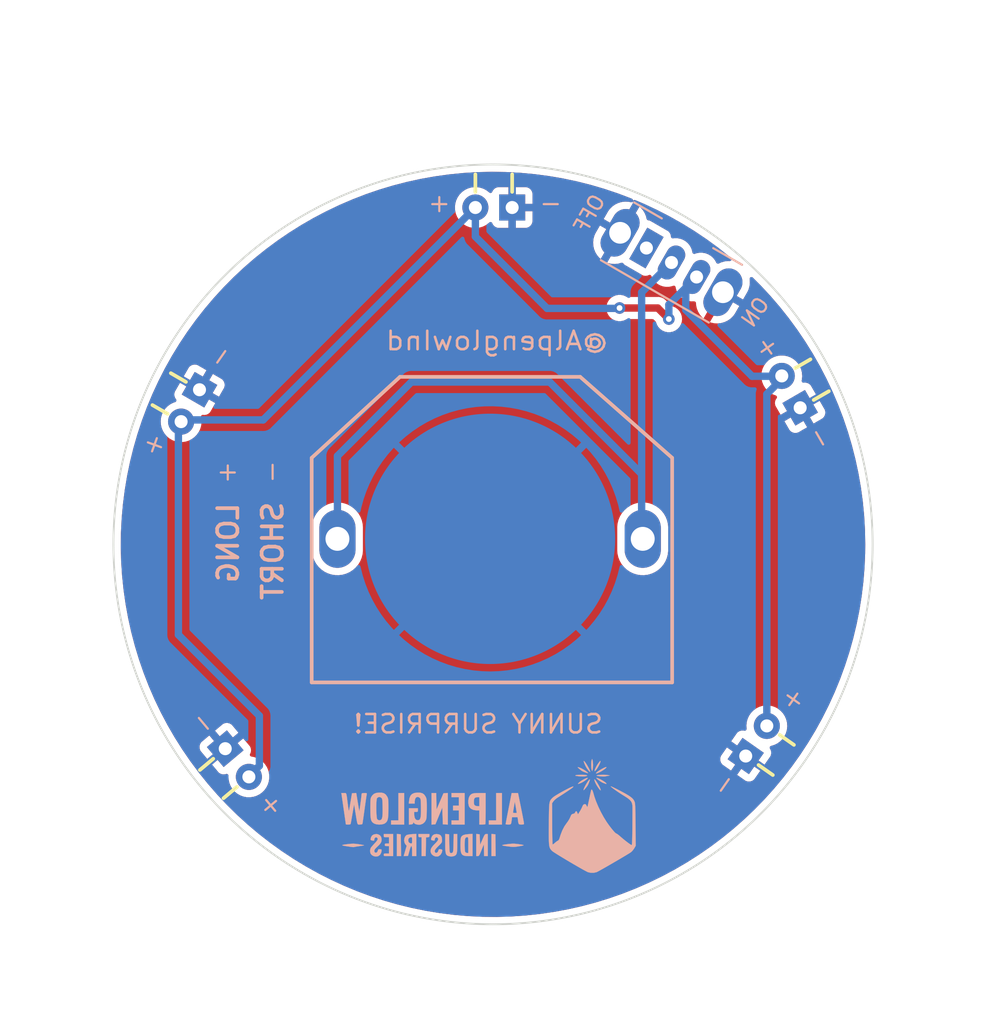
<source format=kicad_pcb>
(kicad_pcb (version 20211014) (generator pcbnew)
  (layers (0 "F.Cu" signal) (31 "B.Cu" signal) (34 "B.Paste" user) (35 "F.Paste" user) (36 "B.SilkS" user "B.Silkscreen") (37 "F.SilkS" user "F.Silkscreen") (38 "B.Mask" user) (39 "F.Mask" user) (44 "Edge.Cuts" user))
  (net 0 "")
  (net 1 "GND")
  (net 2 "VCC")
  (net 3 "Net-(D1-Pad2)")
  (net 4 "Net-(SW1-Pad1)")
  (footprint "Alpenglow:LED_D5.0mm_Horizontal_Sun" (layer "F.Cu") (at 153.924 66.548 180)
    (fp_text reference "D1" hide)
    (fp_text value "LED")
    (fp_line (start 0 1.08) (end 0 1.08) (layer "F.SilkS") (width 0.12))
    (fp_line (start 2.54 1.08) (end 2.54 1.08) (layer "F.SilkS") (width 0.12))
    (fp_line (start 2.54 2.286) (end 2.54 1.08) (layer "F.SilkS") (width 0.254))
    (fp_line (start 0 2.286) (end 0 1.08) (layer "F.SilkS") (width 0.254))
    (pad "1" thru_hole rect (at 0 0 180) (size 1.8 1.8) (drill 0.9) (layers *.Cu *.Mask) (net 1 "GND"))
    (pad "2" thru_hole circle (at 2.54 0 180) (size 1.8 1.8) (drill 0.9) (layers *.Cu *.Mask) (net 3 "Net-(D1-Pad2)"))
  )
  (footprint "Alpenglow:LED_D5.0mm_Horizontal_Sun" (layer "F.Cu") (at 132.334 79.121 -120)
    (fp_text reference "D2" hide)
    (fp_text value "LED")
    (fp_line (start 0 1.08) (end 0 1.08) (layer "F.SilkS") (width 0.12))
    (fp_line (start 2.54 1.08) (end 2.54 1.08) (layer "F.SilkS") (width 0.12))
    (fp_line (start 2.54 2.286) (end 2.54 1.08) (layer "F.SilkS") (width 0.254))
    (fp_line (start 0 2.286) (end 0 1.08) (layer "F.SilkS") (width 0.254))
    (pad "1" thru_hole rect (at 0 0 240) (size 1.8 1.8) (drill 0.9) (layers *.Cu *.Mask) (net 1 "GND"))
    (pad "2" thru_hole circle (at 2.54 0 240) (size 1.8 1.8) (drill 0.9) (layers *.Cu *.Mask) (net 3 "Net-(D1-Pad2)"))
  )
  (footprint "Alpenglow:LED_D5.0mm_Horizontal_Sun" (layer "F.Cu") (at 173.8122 80.3656 120)
    (fp_text reference "D3" hide)
    (fp_text value "LED")
    (fp_line (start 0 1.08) (end 0 1.08) (layer "F.SilkS") (width 0.12))
    (fp_line (start 2.54 2.286) (end 2.54 1.08) (layer "F.SilkS") (width 0.254))
    (fp_line (start 0 2.286) (end 0 1.08) (layer "F.SilkS") (width 0.254))
    (fp_line (start 2.54 1.08) (end 2.54 1.08) (layer "F.SilkS") (width 0.12))
    (pad "1" thru_hole rect (at 0 0 120) (size 1.8 1.8) (drill 0.9) (layers *.Cu *.Mask) (net 1 "GND"))
    (pad "2" thru_hole circle (at 2.54 0 120) (size 1.8 1.8) (drill 0.9) (layers *.Cu *.Mask) (net 3 "Net-(D1-Pad2)"))
  )
  (footprint "Alpenglow:LED_D5.0mm_Horizontal_Sun" (layer "F.Cu") (at 134.112 103.886 -50)
    (fp_text reference "D4" hide)
    (fp_text value "LED")
    (fp_line (start 2.54 1.08) (end 2.54 1.08) (layer "F.SilkS") (width 0.12))
    (fp_line (start 0 2.286) (end 0 1.08) (layer "F.SilkS") (width 0.254))
    (fp_line (start 2.54 2.286) (end 2.54 1.08) (layer "F.SilkS") (width 0.254))
    (fp_line (start 0 1.08) (end 0 1.08) (layer "F.SilkS") (width 0.12))
    (pad "1" thru_hole rect (at 0 0 310) (size 1.8 1.8) (drill 0.9) (layers *.Cu *.Mask) (net 1 "GND"))
    (pad "2" thru_hole circle (at 2.54 0 310) (size 1.8 1.8) (drill 0.9) (layers *.Cu *.Mask) (net 3 "Net-(D1-Pad2)"))
  )
  (footprint "Alpenglow:LED_D5.0mm_Horizontal_Sun" (layer "F.Cu") (at 170.053 104.394 55)
    (fp_text reference "D5" hide)
    (fp_text value "LED")
    (fp_line (start 2.54 2.286) (end 2.54 1.08) (layer "F.SilkS") (width 0.254))
    (fp_line (start 0 2.286) (end 0 1.08) (layer "F.SilkS") (width 0.254))
    (fp_line (start 2.54 1.08) (end 2.54 1.08) (layer "F.SilkS") (width 0.12))
    (fp_line (start 0 1.08) (end 0 1.08) (layer "F.SilkS") (width 0.12))
    (pad "1" thru_hole rect (at 0 0 55) (size 1.8 1.8) (drill 0.9) (layers *.Cu *.Mask) (net 1 "GND"))
    (pad "2" thru_hole circle (at 2.54 0 55) (size 1.8 1.8) (drill 0.9) (layers *.Cu *.Mask) (net 3 "Net-(D1-Pad2)"))
  )
  (footprint "Alpenglow_Sun_PCB:Sun Outside" (layer "F.Cu") (at 148.59 89.916)
    (fp_text reference "G***" hide)
    (fp_text value "LOGO" hide)
  )
  (footprint "Alpenglow_Sun_PCB:NEW Sun 60" (layer "F.Cu") (at 152.461412 91.048593)
    (fp_text reference "G***" hide)
    (fp_text value "LOGO" hide)
  )
  (footprint "Alpenglow:BatteryHolder_MPD_BK888_2032_THRU" (layer "B.Cu") (at 141.859 89.408)
    (fp_text reference "BT1" hide)
    (fp_text value "Battery_Cell")
    (fp_line (start 16.764 -11.176) (end 23.114 -5.588) (layer "B.SilkS") (width 0.254))
    (fp_line (start -1.778 9.906) (end 23.114 9.906) (layer "B.SilkS") (width 0.254))
    (fp_line (start 4.318 -11.176) (end 16.764 -11.176) (layer "B.SilkS") (width 0.254))
    (fp_line (start 4.318 -11.176) (end -1.778 -5.588) (layer "B.SilkS") (width 0.254))
    (fp_line (start 23.114 9.906) (end 23.114 -5.588) (layer "B.SilkS") (width 0.254))
    (fp_line (start -1.778 9.906) (end -1.778 -5.588) (layer "B.SilkS") (width 0.254))
    (pad "1" thru_hole oval locked (at 0 0) (size 2.5 4) (drill 1.65) (layers *.Cu *.Mask) (net 2 "VCC"))
    (pad "1" thru_hole oval locked (at 21.082 0) (size 2.5 4) (drill 1.65) (layers *.Cu *.Mask) (net 2 "VCC"))
    (pad "2" smd circle locked (at 10.541 0) (size 17.272 17.272) (layers "B.Cu" "B.Paste" "B.Mask") (net 1 "GND"))
  )
  (footprint "Alpenglow:SW_SLIDE_RTA" (layer "B.Cu") (at 163.195 69.342 -30)
    (fp_text reference "SW1" hide)
    (fp_text value "SW_SPDT")
    (fp_line (start -2.3 2.3) (end 6.3 2.3) (layer "B.SilkS") (width 0.15))
    (fp_line (start -2.3 -2.3) (end -0.1 -2.3) (layer "B.SilkS") (width 0.15))
    (fp_line (start 4 -2.3) (end 6.3 -2.3) (layer "B.SilkS") (width 0.15))
    (pad "" thru_hole oval locked (at -2.1 0 330) (size 1.9 3.500001) (drill 1.5) (layers *.Cu *.Mask) (net 1 "GND"))
    (pad "" thru_hole oval locked (at 6.1 0 330) (size 1.9 3.500001) (drill 1.5) (layers *.Cu *.Mask) (net 1 "GND"))
    (pad "1" thru_hole rect locked (at 0 0 330) (size 1.3 2.5) (drill 0.9) (layers *.Cu *.Mask) (net 4 "Net-(SW1-Pad1)"))
    (pad "2" thru_hole oval locked (at 2 0 330) (size 1.3 2.5) (drill 0.9) (layers *.Cu *.Mask) (net 2 "VCC"))
    (pad "3" thru_hole oval locked (at 4 0 330) (size 1.3 2.5) (drill 0.9) (layers *.Cu *.Mask) (net 3 "Net-(D1-Pad2)"))
  )
  (footprint "Alpenglow:Alpenglow_Logo_Horiz" (layer "B.Cu") (at 152.3492 108.6866 180)
    (fp_text reference "G***" hide)
    (fp_text value "LOGO" hide)
    (fp_poly (pts (xy -6.196554 2.998154) (xy -6.076366 2.98857) (xy -5.985134 2.974643) (xy -5.936467 2.957186) (xy -5.943972 2.937009) (xy -5.953606 2.932641) (xy -6.032435 2.914849) (xy -6.158246 2.89971) (xy -6.305457 2.888946) (xy -6.448485 2.884278) (xy -6.561745 2.887426) (xy -6.585857 2.890117) (xy -6.708832 2.91367) (xy -6.760908 2.937884) (xy -6.741444 2.962249) (xy -6.694715 2.976836) (xy -6.594779 2.992737) (xy -6.469369 3.001049) (xy -6.332091 3.002584) (xy -6.196554 2.998154)) (layer "B.SilkS") (width 0.01) (fill solid))
    (fp_poly (pts (xy 5.187702 1.740361) (xy 5.341436 1.671099) (xy 5.447634 1.554656) (xy 5.513672 1.383739) (xy 5.541446 1.213865) (xy 5.561867 1.016001) (xy 5.152571 1.016001) (xy 5.152571 1.172351) (xy 5.130908 1.319384) (xy 5.072691 1.421242) (xy 4.988077 1.470337) (xy 4.887226 1.459081) (xy 4.821986 1.41927) (xy 4.78945 1.38998) (xy 4.765975 1.355166) (xy 4.749777 1.303029) (xy 4.739075 1.22177) (xy 4.732086 1.099589) (xy 4.727027 0.924688) (xy 4.723771 0.769167) (xy 4.721152 0.485585) (xy 4.726889 0.266393) (xy 4.742406 0.103742) (xy 4.769128 -0.010216) (xy 4.808479 -0.08333) (xy 4.861886 -0.12345) (xy 4.887345 -0.131978) (xy 5.006017 -0.130978) (xy 5.098677 -0.06667) (xy 5.160731 0.054916) (xy 5.187584 0.227747) (xy 5.188322 0.263072) (xy 5.188857 0.435429) (xy 5.061857 0.435429) (xy 4.976738 0.441046) (xy 4.941829 0.472737) (xy 4.934873 0.552762) (xy 4.934857 0.562429) (xy 4.934857 0.689429) (xy 5.551714 0.689429) (xy 5.551714 -0.439809) (xy 5.417076 -0.428547) (xy 5.320778 -0.410068) (xy 5.272133 -0.365781) (xy 5.257407 -0.326571) (xy 5.238368 -0.275108) (xy 5.22876 -0.280377) (xy 5.189787 -0.349226) (xy 5.097236 -0.403626) (xy 4.969595 -0.437661) (xy 4.825355 -0.445412) (xy 4.743003 -0.435839) (xy 4.584117 -0.371478) (xy 4.452273 -0.251808) (xy 4.365213 -0.093492) (xy 4.359489 -0.075629) (xy 4.344323 0.013023) (xy 4.331975 0.16125) (xy 4.323141 0.35609) (xy 4.318519 0.584579) (xy 4.318 0.695022) (xy 4.318658 0.927258) (xy 4.321519 1.099837) (xy 4.327909 1.225667) (xy 4.339155 1.317657) (xy 4.356586 1.388715) (xy 4.381526 1.451749) (xy 4.399643 1.489098) (xy 4.494709 1.631068) (xy 4.616809 1.720987) (xy 4.778513 1.764943) (xy 4.979054 1.769734) (xy 5.187702 1.740361)) (layer "B.SilkS") (width 0.01) (fill solid))
    (fp_poly (pts (xy 6.277428 -0.145142) (xy 6.785428 -0.145142) (xy 6.785428 -0.435428) (xy 5.878285 -0.435428) (xy 5.878285 1.741715) (xy 6.277428 1.741715) (xy 6.277428 -0.145142)) (layer "B.SilkS") (width 0.01) (fill solid))
    (fp_poly (pts (xy -0.471714 -0.145142) (xy 0.036285 -0.145142) (xy 0.036285 -0.435428) (xy -0.870857 -0.435428) (xy -0.870857 1.741715) (xy -0.471714 1.741715) (xy -0.471714 -0.145142)) (layer "B.SilkS") (width 0.01) (fill solid))
    (fp_poly (pts (xy -1.331191 0.680358) (xy -1.278492 0.412108) (xy -1.230758 0.166957) (xy -1.189713 -0.046069) (xy -1.15708 -0.217945) (xy -1.134583 -0.339644) (xy -1.123944 -0.402141) (xy -1.123329 -0.408214) (xy -1.156876 -0.423897) (xy -1.240758 -0.433732) (xy -1.302404 -0.435428) (xy -1.401412 -0.43259) (xy -1.463659 -0.414505) (xy -1.500557 -0.366817) (xy -1.523513 -0.27517) (xy -1.543002 -0.132688) (xy -1.568648 0.072572) (xy -1.951067 0.072572) (xy -1.976712 -0.132688) (xy -1.997016 -0.279977) (xy -2.020319 -0.369539) (xy -2.058032 -0.415731) (xy -2.121563 -0.432908) (xy -2.217311 -0.435428) (xy -2.326409 -0.430647) (xy -2.380111 -0.412312) (xy -2.395201 -0.374434) (xy -2.395243 -0.371928) (xy -2.388357 -0.321075) (xy -2.368713 -0.20874) (xy -2.338137 -0.044531) (xy -2.298456 0.161944) (xy -2.259001 0.362858) (xy -1.891304 0.362858) (xy -1.757545 0.362858) (xy -1.670467 0.367174) (xy -1.637582 0.390756) (xy -1.640587 0.449555) (xy -1.643049 0.462643) (xy -1.658073 0.546019) (xy -1.680244 0.67554) (xy -1.705208 0.825695) (xy -1.709625 0.852715) (xy -1.756938 1.143001) (xy -1.800656 0.907143) (xy -1.828077 0.75478) (xy -1.853674 0.605242) (xy -1.867839 0.517072) (xy -1.891304 0.362858) (xy -2.259001 0.362858) (xy -2.251495 0.401076) (xy -2.199083 0.663257) (xy -2.188303 0.716643) (xy -1.980978 1.741715) (xy -1.540582 1.741715) (xy -1.331191 0.680358)) (layer "B.SilkS") (width 0.01) (fill solid))
    (fp_poly (pts (xy 4.898571 -1.197428) (xy 4.88958 -1.274532) (xy 4.847168 -1.30295) (xy 4.789714 -1.306285) (xy 4.680857 -1.306285) (xy 4.680857 -2.612571) (xy 4.392246 -2.612571) (xy 4.382337 -1.968499) (xy 4.372428 -1.324428) (xy 4.2545 -1.313058) (xy 4.172691 -1.296585) (xy 4.14097 -1.25428) (xy 4.136571 -1.195129) (xy 4.136571 -1.088571) (xy 4.898571 -1.088571) (xy 4.898571 -1.197428)) (layer "B.SilkS") (width 0.01) (fill solid))
    (fp_poly (pts (xy -7.250986 2.654692) (xy -7.271569 2.575933) (xy -7.299873 2.494643) (xy -7.346463 2.391888) (xy -7.410716 2.276156) (xy -7.483922 2.159752) (xy -7.557369 2.05498) (xy -7.622347 1.974144) (xy -7.670144 1.92955) (xy -7.692049 1.933502) (xy -7.692572 1.939943) (xy -7.674693 2.01646) (xy -7.627243 2.128846) (xy -7.559496 2.26137) (xy -7.480729 2.398298) (xy -7.400217 2.5239) (xy -7.327238 2.622443) (xy -7.271067 2.678196) (xy -7.253173 2.685143) (xy -7.250986 2.654692)) (layer "B.SilkS") (width 0.01) (fill solid))
    (fp_poly (pts (xy 1.448369 -1.095874) (xy 1.659145 -1.119769) (xy 1.809292 -1.166095) (xy 1.908475 -1.239241) (xy 1.961048 -1.328688) (xy 1.974709 -1.400158) (xy 1.985834 -1.526014) (xy 1.99323 -1.68808) (xy 1.995714 -1.856521) (xy 1.990324 -2.110579) (xy 1.969793 -2.301342) (xy 1.927582 -2.437575) (xy 1.857149 -2.528045) (xy 1.751955 -2.581515) (xy 1.605458 -2.606752) (xy 1.431578 -2.612571) (xy 1.161143 -2.612571) (xy 1.161143 -1.850571) (xy 1.451428 -1.850571) (xy 1.451428 -2.394857) (xy 1.540866 -2.394857) (xy 1.627933 -2.367238) (xy 1.667866 -2.324671) (xy 1.682919 -2.261385) (xy 1.695097 -2.143263) (xy 1.703035 -1.988024) (xy 1.705428 -1.837405) (xy 1.70172 -1.62694) (xy 1.688284 -1.478772) (xy 1.661655 -1.382896) (xy 1.618367 -1.32931) (xy 1.554953 -1.30801) (xy 1.521408 -1.306285) (xy 1.49449 -1.310402) (xy 1.475521 -1.329922) (xy 1.463116 -1.375599) (xy 1.455894 -1.458187) (xy 1.452471 -1.588439) (xy 1.451465 -1.777109) (xy 1.451428 -1.850571) (xy 1.161143 -1.850571) (xy 1.161143 -1.079247) (xy 1.448369 -1.095874)) (layer "B.SilkS") (width 0.01) (fill solid))
    (fp_poly (pts (xy 3.800144 -1.108834) (xy 3.90807 -1.175776) (xy 3.97291 -1.269273) (xy 4.020106 -1.390864) (xy 4.02225 -1.47832) (xy 3.979942 -1.521314) (xy 3.95811 -1.523999) (xy 3.866994 -1.535514) (xy 3.83111 -1.546025) (xy 3.787348 -1.544487) (xy 3.773773 -1.485044) (xy 3.773714 -1.477896) (xy 3.750626 -1.382572) (xy 3.69336 -1.324814) (xy 3.619916 -1.319772) (xy 3.598315 -1.330238) (xy 3.538819 -1.385967) (xy 3.527743 -1.454618) (xy 3.568047 -1.543899) (xy 3.662694 -1.661516) (xy 3.766804 -1.768716) (xy 3.914265 -1.925275) (xy 4.007396 -2.056032) (xy 4.052751 -2.174681) (xy 4.056882 -2.294918) (xy 4.046858 -2.354014) (xy 3.985263 -2.479536) (xy 3.874345 -2.575661) (xy 3.734682 -2.632486) (xy 3.586856 -2.640108) (xy 3.501571 -2.616411) (xy 3.37732 -2.525045) (xy 3.290069 -2.38342) (xy 3.266269 -2.306602) (xy 3.250188 -2.212082) (xy 3.268467 -2.164406) (xy 3.336398 -2.142785) (xy 3.39218 -2.135435) (xy 3.470901 -2.135815) (xy 3.506793 -2.175647) (xy 3.51918 -2.227691) (xy 3.558118 -2.324217) (xy 3.621386 -2.379873) (xy 3.690617 -2.391982) (xy 3.747446 -2.357869) (xy 3.773506 -2.274857) (xy 3.773714 -2.264771) (xy 3.756982 -2.199083) (xy 3.701851 -2.114825) (xy 3.60092 -2.001971) (xy 3.519714 -1.920669) (xy 3.403288 -1.805599) (xy 3.329362 -1.724376) (xy 3.288354 -1.660314) (xy 3.27068 -1.596725) (xy 3.266756 -1.516921) (xy 3.266868 -1.480393) (xy 3.289865 -1.303189) (xy 3.358752 -1.181261) (xy 3.477082 -1.110945) (xy 3.646714 -1.088571) (xy 3.800144 -1.108834)) (layer "B.SilkS") (width 0.01) (fill solid))
    (fp_poly (pts (xy -7.990864 3.512784) (xy -7.885824 3.465707) (xy -7.763062 3.401364) (xy -7.636595 3.327721) (xy -7.520439 3.252742) (xy -7.428608 3.184393) (xy -7.375119 3.130639) (xy -7.367122 3.111501) (xy -7.375319 3.090788) (xy -7.410901 3.092581) (xy -7.486536 3.120172) (xy -7.60998 3.174618) (xy -7.727606 3.235918) (xy -7.850759 3.312474) (xy -7.963101 3.392461) (xy -8.048292 3.464052) (xy -8.089992 3.515422) (xy -8.091715 3.52328) (xy -8.064166 3.53463) (xy -7.990864 3.512784)) (layer "B.SilkS") (width 0.01) (fill solid))
    (fp_poly (pts (xy 7.980037 -1.116526) (xy 8.10368 -1.197123) (xy 8.176169 -1.325463) (xy 8.185435 -1.363978) (xy 8.200123 -1.45601) (xy 8.187171 -1.502125) (xy 8.130248 -1.526199) (xy 8.0645 -1.540787) (xy 7.984249 -1.552569) (xy 7.952129 -1.532363) (xy 7.946571 -1.476897) (xy 7.923383 -1.38206) (xy 7.865951 -1.324699) (xy 7.792477 -1.320013) (xy 7.771173 -1.330421) (xy 7.716901 -1.380795) (xy 7.707095 -1.44307) (xy 7.745142 -1.526367) (xy 7.834431 -1.639807) (xy 7.920842 -1.733286) (xy 8.02922 -1.850325) (xy 8.121017 -1.956438) (xy 8.182122 -2.035022) (xy 8.195769 -2.056828) (xy 8.232596 -2.192487) (xy 8.225819 -2.347456) (xy 8.195544 -2.445829) (xy 8.113445 -2.546104) (xy 7.986694 -2.613909) (xy 7.83882 -2.641624) (xy 7.693354 -2.621631) (xy 7.674428 -2.614554) (xy 7.551726 -2.526821) (xy 7.471964 -2.387566) (xy 7.448861 -2.288816) (xy 7.439727 -2.195034) (xy 7.453066 -2.152579) (xy 7.499219 -2.141225) (xy 7.524508 -2.140857) (xy 7.604178 -2.137734) (xy 7.642452 -2.131785) (xy 7.666816 -2.156318) (xy 7.698729 -2.228485) (xy 7.705952 -2.249714) (xy 7.746227 -2.338461) (xy 7.801227 -2.373489) (xy 7.837714 -2.376714) (xy 7.905984 -2.361884) (xy 7.935672 -2.303324) (xy 7.940442 -2.271412) (xy 7.938328 -2.209648) (xy 7.910067 -2.147482) (xy 7.845595 -2.069648) (xy 7.737075 -1.962983) (xy 7.602173 -1.830245) (xy 7.514519 -1.726094) (xy 7.464496 -1.634033) (xy 7.442484 -1.537566) (xy 7.438571 -1.451022) (xy 7.469888 -1.292615) (xy 7.557739 -1.173951) (xy 7.692976 -1.103911) (xy 7.811887 -1.088571) (xy 7.980037 -1.116526)) (layer "B.SilkS") (width 0.01) (fill solid))
    (fp_poly (pts (xy 0.680357 1.74118) (xy 0.897791 1.737717) (xy 1.056841 1.725053) (xy 1.171532 1.698826) (xy 1.255892 1.654676) (xy 1.323945 1.588243) (xy 1.368696 1.527177) (xy 1.424566 1.394995) (xy 1.452733 1.223477) (xy 1.452664 1.04058) (xy 1.423825 0.874263) (xy 1.383005 0.777239) (xy 1.267691 0.655451) (xy 1.101925 0.57606) (xy 0.897757 0.544586) (xy 0.874445 0.544286) (xy 0.689428 0.544286) (xy 0.689428 -0.435428) (xy 0.495905 -0.435428) (xy 0.382979 -0.431222) (xy 0.301978 -0.420429) (xy 0.27819 -0.411238) (xy 0.27205 -0.370134) (xy 0.266483 -0.265703) (xy 0.261696 -0.107188) (xy 0.257893 0.096167) (xy 0.25528 0.335121) (xy 0.254063 0.600428) (xy 0.254 0.677334) (xy 0.254 1.451429) (xy 0.689428 1.451429) (xy 0.689428 0.834572) (xy 0.809493 0.834572) (xy 0.91539 0.849537) (xy 0.99799 0.884611) (xy 1.041553 0.937497) (xy 1.063182 1.026883) (xy 1.068426 1.132952) (xy 1.057994 1.290006) (xy 1.01763 1.38842) (xy 0.939485 1.438686) (xy 0.830128 1.451429) (xy 0.689428 1.451429) (xy 0.254 1.451429) (xy 0.254 1.741715) (xy 0.680357 1.74118)) (layer "B.SilkS") (width 0.01) (fill solid))
    (fp_poly (pts (xy 9.542743 -1.759267) (xy 9.74102 -1.779636) (xy 9.742714 -1.779843) (xy 9.950889 -1.806836) (xy 10.08784 -1.829567) (xy 10.154648 -1.849991) (xy 10.152396 -1.870062) (xy 10.082164 -1.891733) (xy 9.945034 -1.91696) (xy 9.828564 -1.934993) (xy 9.639823 -1.962757) (xy 9.509114 -1.980419) (xy 9.422767 -1.989088) (xy 9.367113 -1.989874) (xy 9.328484 -1.983888) (xy 9.307286 -1.977332) (xy 9.2569 -1.967073) (xy 9.153248 -1.950464) (xy 9.01504 -1.930428) (xy 8.951486 -1.921734) (xy 8.812231 -1.901121) (xy 8.707531 -1.881972) (xy 8.652502 -1.867234) (xy 8.648169 -1.862592) (xy 8.688703 -1.850532) (xy 8.784884 -1.831063) (xy 8.920551 -1.807279) (xy 9.022112 -1.790992) (xy 9.21837 -1.764402) (xy 9.380221 -1.754008) (xy 9.542743 -1.759267)) (layer "B.SilkS") (width 0.01) (fill solid))
    (fp_poly (pts (xy -7.07952 4.055414) (xy -7.068453 4.027715) (xy -7.047457 3.929917) (xy -7.036231 3.787375) (xy -7.034767 3.627161) (xy -7.043057 3.476351) (xy -7.061096 3.362018) (xy -7.068638 3.338286) (xy -7.104183 3.247572) (xy -7.130655 3.349297) (xy -7.153161 3.495187) (xy -7.160024 3.676937) (xy -7.151038 3.859496) (xy -7.134321 3.973286) (xy -7.113943 4.062062) (xy -7.098645 4.086985) (xy -7.07952 4.055414)) (layer "B.SilkS") (width 0.01) (fill solid))
    (fp_poly (pts (xy -0.145143 -2.612571) (xy -0.436901 -2.612571) (xy -0.427094 -1.859642) (xy -0.417286 -1.106714) (xy -0.281214 -1.095452) (xy -0.145143 -1.08419) (xy -0.145143 -2.612571)) (layer "B.SilkS") (width 0.01) (fill solid))
    (fp_poly (pts (xy -6.892818 2.655506) (xy -6.827829 2.57683) (xy -6.751577 2.464467) (xy -6.672821 2.333773) (xy -6.600317 2.2001) (xy -6.542825 2.078802) (xy -6.509101 1.985232) (xy -6.507904 1.934744) (xy -6.509021 1.933456) (xy -6.536293 1.952268) (xy -6.593906 2.01355) (xy -6.646797 2.076436) (xy -6.72889 2.179008) (xy -6.781595 2.252743) (xy -6.820711 2.324771) (xy -6.862038 2.422221) (xy -6.891448 2.496514) (xy -6.927209 2.598633) (xy -6.942598 2.667131) (xy -6.937788 2.685143) (xy -6.892818 2.655506)) (layer "B.SilkS") (width 0.01) (fill solid))
    (fp_poly (pts (xy 9.338611 1.734475) (xy 9.4865 1.723572) (xy 9.584858 1.132463) (xy 9.618589 0.932066) (xy 9.648988 0.755805) (xy 9.673773 0.616566) (xy 9.690665 0.52723) (xy 9.696504 0.501488) (xy 9.705473 0.520584) (xy 9.721089 0.600171) (xy 9.741428 0.728678) (xy 9.764562 0.894534) (xy 9.773768 0.965596) (xy 9.805866 1.221756) (xy 9.830468 1.414918) (xy 9.850697 1.553876) (xy 9.869676 1.647423) (xy 9.890529 1.704351) (xy 9.91638 1.733454) (xy 9.95035 1.743524) (xy 9.995564 1.743355) (xy 10.049452 1.741715) (xy 10.219914 1.741715) (xy 10.064107 0.662215) (xy 10.025041 0.391512) (xy 9.989485 0.145065) (xy 9.958718 -0.06826) (xy 9.934018 -0.239592) (xy 9.916665 -0.360064) (xy 9.907936 -0.420808) (xy 9.90715 -0.426357) (xy 9.873965 -0.431796) (xy 9.791447 -0.435034) (xy 9.744358 -0.435428) (xy 9.643592 -0.43156) (xy 9.59272 -0.410249) (xy 9.569121 -0.356932) (xy 9.561167 -0.3175) (xy 9.547673 -0.241729) (xy 9.524534 -0.109778) (xy 9.494425 0.063014) (xy 9.460021 0.26131) (xy 9.439476 0.380095) (xy 9.339335 0.959761) (xy 9.238655 0.343809) (xy 9.197165 0.088014) (xy 9.165276 -0.105107) (xy 9.139636 -0.244285) (xy 9.11689 -0.338252) (xy 9.093685 -0.395738) (xy 9.066667 -0.425475) (xy 9.032483 -0.436194) (xy 8.987778 -0.436626) (xy 8.939356 -0.435428) (xy 8.829909 -0.425572) (xy 8.769823 -0.399081) (xy 8.764492 -0.390071) (xy 8.755821 -0.343145) (xy 8.738799 -0.234323) (xy 8.714895 -0.073613) (xy 8.685575 0.128978) (xy 8.652308 0.363442) (xy 8.619474 0.598715) (xy 8.583436 0.857292) (xy 8.549657 1.096527) (xy 8.519691 1.305656) (xy 8.495094 1.473911) (xy 8.477419 1.590525) (xy 8.468818 1.641929) (xy 8.460659 1.700622) (xy 8.47794 1.730125) (xy 8.537188 1.740476) (xy 8.633117 1.741715) (xy 8.758762 1.733157) (xy 8.814387 1.7074) (xy 8.817498 1.696358) (xy 8.821943 1.64334) (xy 8.833955 1.536537) (xy 8.851647 1.390449) (xy 8.873131 1.219577) (xy 8.896519 1.03842) (xy 8.919925 0.861479) (xy 8.941461 0.703253) (xy 8.959239 0.578242) (xy 8.971372 0.500947) (xy 8.975427 0.48305) (xy 8.983764 0.514043) (xy 9.001486 0.605528) (xy 9.026591 0.746322) (xy 9.057081 0.925243) (xy 9.087499 1.109789) (xy 9.190721 1.745378) (xy 9.338611 1.734475)) (layer "B.SilkS") (width 0.01) (fill solid))
    (fp_poly (pts (xy 3.017592 1.73473) (xy 3.168612 1.723572) (xy 3.646714 0.600878) (xy 3.656707 1.171296) (xy 3.6667 1.741715) (xy 3.991428 1.741715) (xy 3.991428 -0.439809) (xy 3.85764 -0.428547) (xy 3.723851 -0.417285) (xy 3.485711 0.163286) (xy 3.247571 0.743858) (xy 3.229428 0.163286) (xy 3.211285 -0.417285) (xy 3.038928 -0.428345) (xy 2.866571 -0.439404) (xy 2.866571 1.745887) (xy 3.017592 1.73473)) (layer "B.SilkS") (width 0.01) (fill solid))
    (fp_poly (pts (xy 5.345546 -1.097172) (xy 5.495881 -1.111597) (xy 5.625615 -1.133082) (xy 5.711722 -1.157572) (xy 5.723964 -1.163831) (xy 5.814431 -1.259428) (xy 5.867713 -1.395585) (xy 5.881279 -1.549103) (xy 5.852603 -1.69678) (xy 5.793317 -1.800163) (xy 5.708348 -1.898945) (xy 5.810826 -2.246687) (xy 5.854055 -2.394219) (xy 5.888406 -2.513058) (xy 5.909465 -2.587834) (xy 5.913938 -2.605586) (xy 5.882157 -2.610072) (xy 5.801614 -2.608048) (xy 5.763292 -2.605586) (xy 5.612014 -2.594428) (xy 5.522387 -2.258785) (xy 5.467643 -2.073104) (xy 5.421936 -1.959323) (xy 5.385504 -1.917431) (xy 5.358582 -1.947417) (xy 5.341409 -2.049269) (xy 5.334219 -2.222976) (xy 5.334 -2.267857) (xy 5.334 -2.612571) (xy 5.043714 -2.612571) (xy 5.043714 -1.523999) (xy 5.334 -1.523999) (xy 5.335357 -1.646008) (xy 5.344471 -1.711482) (xy 5.368903 -1.736461) (xy 5.416215 -1.736981) (xy 5.433517 -1.735053) (xy 5.533538 -1.69018) (xy 5.58064 -1.623785) (xy 5.604984 -1.506666) (xy 5.573308 -1.402158) (xy 5.495367 -1.33087) (xy 5.433517 -1.312946) (xy 5.378885 -1.309679) (xy 5.349135 -1.326625) (xy 5.336704 -1.379824) (xy 5.33403 -1.485313) (xy 5.334 -1.523999) (xy 5.043714 -1.523999) (xy 5.043714 -1.078341) (xy 5.345546 -1.097172)) (layer "B.SilkS") (width 0.01) (fill solid))
    (fp_poly (pts (xy -6.730943 2.777963) (xy -6.627415 2.738642) (xy -6.502222 2.676798) (xy -6.374175 2.602098) (xy -6.262085 2.524207) (xy -6.223 2.491713) (xy -6.141887 2.414335) (xy -6.115878 2.374314) (xy -6.147791 2.370092) (xy -6.240444 2.400112) (xy -6.327059 2.434195) (xy -6.427863 2.483478) (xy -6.538338 2.550241) (xy -6.644551 2.624015) (xy -6.732572 2.694329) (xy -6.788467 2.750714) (xy -6.798307 2.7827) (xy -6.793995 2.785097) (xy -6.730943 2.777963)) (layer "B.SilkS") (width 0.01) (fill solid))
    (fp_poly (pts (xy -8.391129 2.182473) (xy -8.453999 2.12644) (xy -8.558414 2.045515) (xy -8.694521 1.946711) (xy -8.852464 1.837041) (xy -9.02239 1.723517) (xy -9.194444 1.613152) (xy -9.332108 1.528791) (xy -9.543756 1.393275) (xy -9.69577 1.271177) (xy -9.796801 1.15135) (xy -9.855504 1.022647) (xy -9.88053 0.873923) (xy -9.882858 0.819346) (xy -9.883157 0.75759) (xy -9.883019 0.632427) (xy -9.882483 0.453019) (xy -9.881583 0.228529) (xy -9.880356 -0.03188) (xy -9.878837 -0.319046) (xy -9.87738 -0.5715) (xy -9.874509 -0.935478) (xy -9.870567 -1.231443) (xy -9.865377 -1.46395) (xy -9.858761 -1.637551) (xy -9.850543 -1.756799) (xy -9.840544 -1.826249) (xy -9.828588 -1.850453) (xy -9.827588 -1.850571) (xy -9.776876 -1.828325) (xy -9.682936 -1.767484) (xy -9.55746 -1.676892) (xy -9.412139 -1.565394) (xy -9.258665 -1.441834) (xy -9.108727 -1.315057) (xy -9.042843 -1.25691) (xy -8.932455 -1.163013) (xy -8.837911 -1.091813) (xy -8.775061 -1.054939) (xy -8.763959 -1.052285) (xy -8.71646 -1.023933) (xy -8.63626 -0.945439) (xy -8.531502 -0.826649) (xy -8.410328 -0.677407) (xy -8.280883 -0.507559) (xy -8.151309 -0.326949) (xy -8.091138 -0.238848) (xy -7.889107 0.086118) (xy -7.694676 0.443473) (xy -7.516741 0.814047) (xy -7.364197 1.178665) (xy -7.245938 1.518154) (xy -7.200038 1.681994) (xy -7.16255 1.809618) (xy -7.122963 1.910674) (xy -7.091189 1.961644) (xy -7.073238 1.977339) (xy -7.058963 1.984352) (xy -7.045729 1.974027) (xy -7.030903 1.937709) (xy -7.011851 1.866744) (xy -6.985939 1.752477) (xy -6.950533 1.586254) (xy -6.902998 1.35942) (xy -6.892142 1.307631) (xy -6.852723 1.122484) (xy -6.817948 0.964384) (xy -6.79071 0.84608) (xy -6.7739 0.780322) (xy -6.770491 0.771253) (xy -6.750665 0.792593) (xy -6.717409 0.860081) (xy -6.712549 0.871603) (xy -6.667185 0.950175) (xy -6.607415 0.974338) (xy -6.572885 0.972552) (xy -6.502093 0.946046) (xy -6.450305 0.874614) (xy -6.426212 0.816429) (xy -6.376703 0.705083) (xy -6.304461 0.568785) (xy -6.24663 0.471715) (xy -6.120421 0.272143) (xy -6.070493 0.393326) (xy -6.032134 0.470363) (xy -5.998107 0.488357) (xy -5.967568 0.470526) (xy -5.922305 0.409687) (xy -5.914572 0.378202) (xy -5.882828 0.339947) (xy -5.805039 0.309611) (xy -5.791332 0.30674) (xy -5.718443 0.285827) (xy -5.668147 0.244457) (xy -5.624128 0.164242) (xy -5.590209 0.080099) (xy -5.523547 -0.058206) (xy -5.429144 -0.211655) (xy -5.345095 -0.324782) (xy -5.18171 -0.559437) (xy -5.034123 -0.845081) (xy -4.912825 -1.160324) (xy -4.876929 -1.27939) (xy -4.829792 -1.42514) (xy -4.784562 -1.510339) (xy -4.735648 -1.546405) (xy -4.667599 -1.583572) (xy -4.576323 -1.653702) (xy -4.527309 -1.697943) (xy -4.446867 -1.766705) (xy -4.386839 -1.802864) (xy -4.36752 -1.803329) (xy -4.362028 -1.762805) (xy -4.35679 -1.657687) (xy -4.351962 -1.495952) (xy -4.347699 -1.285578) (xy -4.344156 -1.034542) (xy -4.341488 -0.750821) (xy -4.339851 -0.442393) (xy -4.33964 -0.370133) (xy -4.336143 1.038679) (xy -4.426462 1.170882) (xy -4.508908 1.264187) (xy -4.625217 1.363983) (xy -4.709534 1.422614) (xy -4.853435 1.513304) (xy -5.02069 1.620993) (xy -5.197545 1.736567) (xy -5.370245 1.85091) (xy -5.525036 1.954905) (xy -5.648162 2.039439) (xy -5.72587 2.095394) (xy -5.732601 2.100634) (xy -5.797583 2.161118) (xy -5.802962 2.189595) (xy -5.754073 2.186453) (xy -5.656253 2.152078) (xy -5.514838 2.086858) (xy -5.510076 2.084478) (xy -5.246559 1.949052) (xy -4.998516 1.815036) (xy -4.775918 1.688287) (xy -4.588736 1.574658) (xy -4.446939 1.480005) (xy -4.360498 1.410183) (xy -4.358621 1.408285) (xy -4.300907 1.348608) (xy -4.253268 1.293733) (xy -4.214682 1.236296) (xy -4.184128 1.168934) (xy -4.160582 1.084283) (xy -4.143023 0.97498) (xy -4.130428 0.833659) (xy -4.121774 0.652958) (xy -4.11604 0.425513) (xy -4.112203 0.143959) (xy -4.109241 -0.199067) (xy -4.107748 -0.398765) (xy -4.105116 -0.783542) (xy -4.104062 -1.102987) (xy -4.105459 -1.364338) (xy -4.110181 -1.574829) (xy -4.119101 -1.741699) (xy -4.133092 -1.872183) (xy -4.153028 -1.973517) (xy -4.179782 -2.052939) (xy -4.214227 -2.117684) (xy -4.257238 -2.17499) (xy -4.309687 -2.232091) (xy -4.331746 -2.254704) (xy -4.388579 -2.298888) (xy -4.499713 -2.373483) (xy -4.656247 -2.473232) (xy -4.849282 -2.59288) (xy -5.069915 -2.72717) (xy -5.309248 -2.870847) (xy -5.558378 -3.018655) (xy -5.808405 -3.165338) (xy -6.050429 -3.305639) (xy -6.275549 -3.434302) (xy -6.474864 -3.546073) (xy -6.639473 -3.635693) (xy -6.760476 -3.697909) (xy -6.821715 -3.725076) (xy -7.006918 -3.763279) (xy -7.212283 -3.762336) (xy -7.397574 -3.722545) (xy -7.402286 -3.720798) (xy -7.464901 -3.690681) (xy -7.580713 -3.628686) (xy -7.740597 -3.540112) (xy -7.935424 -3.430258) (xy -8.156069 -3.304424) (xy -8.393402 -3.167908) (xy -8.638298 -3.026009) (xy -8.881629 -2.884028) (xy -9.114267 -2.747262) (xy -9.327086 -2.621012) (xy -9.510959 -2.510576) (xy -9.656758 -2.421254) (xy -9.755357 -2.358345) (xy -9.787263 -2.336092) (xy -9.875576 -2.250825) (xy -9.966895 -2.135158) (xy -10.004977 -2.076127) (xy -10.105572 -1.904999) (xy -10.098187 -0.489857) (xy -10.094803 -0.054354) (xy -10.089547 0.309768) (xy -10.082383 0.603675) (xy -10.073273 0.828536) (xy -10.06218 0.985518) (xy -10.049065 1.075788) (xy -10.047849 1.080446) (xy -10.008964 1.188612) (xy -9.950807 1.287266) (xy -9.865581 1.382762) (xy -9.745494 1.481457) (xy -9.582749 1.589707) (xy -9.369553 1.713869) (xy -9.09811 1.860297) (xy -9.079379 1.870151) (xy -8.878374 1.974328) (xy -8.698307 2.064903) (xy -8.549279 2.137019) (xy -8.44139 2.18582) (xy -8.384741 2.206449) (xy -8.379659 2.206601) (xy -8.391129 2.182473)) (layer "B.SilkS") (width 0.01) (fill solid))
    (fp_poly (pts (xy -1.358021 -1.773248) (xy -1.307658 -1.779584) (xy -1.101304 -1.808227) (xy -0.964848 -1.832059) (xy -0.895903 -1.852733) (xy -0.892082 -1.871899) (xy -0.951001 -1.891208) (xy -1.070272 -1.912312) (xy -1.10785 -1.917862) (xy -1.33581 -1.94916) (xy -1.512306 -1.968146) (xy -1.657353 -1.975035) (xy -1.79097 -1.97004) (xy -1.933173 -1.953376) (xy -2.086429 -1.928336) (xy -2.238362 -1.900817) (xy -2.333055 -1.87921) (xy -2.367917 -1.860767) (xy -2.340353 -1.842736) (xy -2.247772 -1.822368) (xy -2.087579 -1.796913) (xy -1.942658 -1.775862) (xy -1.750978 -1.755622) (xy -1.567945 -1.754682) (xy -1.358021 -1.773248)) (layer "B.SilkS") (width 0.01) (fill solid))
    (fp_poly (pts (xy 7.822884 1.744581) (xy 7.967883 1.684597) (xy 8.081253 1.579877) (xy 8.146143 1.483922) (xy 8.171715 1.434558) (xy 8.19051 1.378316) (xy 8.203553 1.303724) (xy 8.211867 1.199312) (xy 8.216477 1.053611) (xy 8.218408 0.855149) (xy 8.218714 0.671286) (xy 8.216383 0.386644) (xy 8.207665 0.164633) (xy 8.189973 -0.00459) (xy 8.160719 -0.130866) (xy 8.117316 -0.224036) (xy 8.057175 -0.293942) (xy 7.97771 -0.350426) (xy 7.945305 -0.368603) (xy 7.799682 -0.417805) (xy 7.621263 -0.437314) (xy 7.43895 -0.427398) (xy 7.281645 -0.388322) (xy 7.227819 -0.361971) (xy 7.144001 -0.301352) (xy 7.079918 -0.228094) (xy 7.033061 -0.13221) (xy 7.000917 -0.003712) (xy 6.980974 0.167387) (xy 6.970722 0.391076) (xy 6.969247 0.526495) (xy 7.367708 0.526495) (xy 7.371858 0.301913) (xy 7.384802 0.133938) (xy 7.407316 0.01477) (xy 7.440172 -0.063391) (xy 7.461464 -0.09028) (xy 7.555711 -0.139745) (xy 7.659712 -0.130509) (xy 7.744439 -0.065212) (xy 7.744942 -0.064497) (xy 7.765654 0.001311) (xy 7.782211 0.123983) (xy 7.794501 0.288835) (xy 7.802412 0.481187) (xy 7.805829 0.686354) (xy 7.804641 0.889656) (xy 7.798736 1.07641) (xy 7.788 1.231933) (xy 7.772322 1.341543) (xy 7.756071 1.386401) (xy 7.661154 1.458238) (xy 7.552476 1.462414) (xy 7.470843 1.419232) (xy 7.437082 1.388498) (xy 7.413061 1.351631) (xy 7.396733 1.296199) (xy 7.386056 1.209765) (xy 7.378985 1.079896) (xy 7.373474 0.894158) (xy 7.37158 0.815486) (xy 7.367708 0.526495) (xy 6.969247 0.526495) (xy 6.967654 0.672669) (xy 6.967957 0.908886) (xy 6.970355 1.085056) (xy 6.97609 1.213699) (xy 6.986408 1.307335) (xy 7.002551 1.378482) (xy 7.025764 1.43966) (xy 7.0485 1.486413) (xy 7.147046 1.631059) (xy 7.273072 1.722234) (xy 7.438884 1.765962) (xy 7.627911 1.769955) (xy 7.822884 1.744581)) (layer "B.SilkS") (width 0.01) (fill solid))
    (fp_poly (pts (xy -6.516045 3.925776) (xy -6.536369 3.8508) (xy -6.576304 3.746498) (xy -6.628675 3.630275) (xy -6.686309 3.519536) (xy -6.732056 3.44562) (xy -6.800223 3.355085) (xy -6.870585 3.273457) (xy -6.929514 3.215021) (xy -6.96338 3.194062) (xy -6.966857 3.199498) (xy -6.948922 3.275035) (xy -6.901294 3.387132) (xy -6.833239 3.520054) (xy -6.754025 3.658066) (xy -6.672919 3.785432) (xy -6.599186 3.886418) (xy -6.542094 3.945288) (xy -6.522505 3.954021) (xy -6.516045 3.925776)) (layer "B.SilkS") (width 0.01) (fill solid))
    (fp_poly (pts (xy -6.096 3.523777) (xy -6.121911 3.488712) (xy -6.18678 3.42698) (xy -6.271311 3.355193) (xy -6.356207 3.289965) (xy -6.4063 3.256639) (xy -6.482347 3.219021) (xy -6.582709 3.178336) (xy -6.686268 3.141852) (xy -6.771904 3.11684) (xy -6.818498 3.11057) (xy -6.821715 3.113645) (xy -6.792287 3.156383) (xy -6.714915 3.221691) (xy -6.605966 3.298513) (xy -6.481806 3.375794) (xy -6.358803 3.442476) (xy -6.2865 3.475192) (xy -6.183951 3.512062) (xy -6.114793 3.52838) (xy -6.096 3.523777)) (layer "B.SilkS") (width 0.01) (fill solid))
    (fp_poly (pts (xy -7.645142 3.95212) (xy -7.618423 3.917065) (xy -7.562139 3.843766) (xy -7.518928 3.787629) (xy -7.443776 3.676915) (xy -7.371824 3.549015) (xy -7.312217 3.423258) (xy -7.274098 3.318977) (xy -7.26661 3.255502) (xy -7.266861 3.254703) (xy -7.293376 3.259762) (xy -7.348768 3.31114) (xy -7.395665 3.366212) (xy -7.463053 3.463352) (xy -7.533169 3.583536) (xy -7.597676 3.709473) (xy -7.648235 3.823871) (xy -7.676511 3.909439) (xy -7.675966 3.947559) (xy -7.645777 3.952913) (xy -7.645142 3.95212)) (layer "B.SilkS") (width 0.01) (fill solid))
    (fp_poly (pts (xy 2.612571 1.451429) (xy 2.104571 1.451429) (xy 2.104571 0.870858) (xy 2.503714 0.870858) (xy 2.503714 0.544286) (xy 2.104571 0.544286) (xy 2.104571 -0.145142) (xy 2.612571 -0.145142) (xy 2.612571 -0.435428) (xy 1.705428 -0.435428) (xy 1.705428 1.741715) (xy 2.612571 1.741715) (xy 2.612571 1.451429)) (layer "B.SilkS") (width 0.01) (fill solid))
    (fp_poly (pts (xy -7.637767 2.996629) (xy -7.520968 2.98453) (xy -7.44021 2.967571) (xy -7.409643 2.946611) (xy -7.420429 2.932995) (xy -7.476133 2.917729) (xy -7.580037 2.902771) (xy -7.707792 2.890206) (xy -7.835047 2.882116) (xy -7.937453 2.880585) (xy -7.982857 2.884884) (xy -8.052445 2.899649) (xy -8.15631 2.919683) (xy -8.182429 2.924496) (xy -8.327572 2.950967) (xy -8.182429 2.97925) (xy -8.06294 2.995178) (xy -7.922902 3.002812) (xy -7.776461 3.003009) (xy -7.637767 2.996629)) (layer "B.SilkS") (width 0.01) (fill solid))
    (fp_poly (pts (xy 0.907143 -2.612571) (xy 0.807357 -2.612305) (xy 0.763329 -2.607701) (xy 0.726591 -2.586674) (xy 0.689864 -2.538006) (xy 0.645871 -2.450475) (xy 0.587331 -2.31286) (xy 0.544285 -2.206767) (xy 0.381 -1.801494) (xy 0.37074 -2.207033) (xy 0.36048 -2.612571) (xy 0.108857 -2.612571) (xy 0.108857 -1.088571) (xy 0.211923 -1.088571) (xy 0.258891 -1.093113) (xy 0.297666 -1.114442) (xy 0.336422 -1.164113) (xy 0.383332 -1.253682) (xy 0.446569 -1.394702) (xy 0.474995 -1.460499) (xy 0.635 -1.832428) (xy 0.653143 -1.469571) (xy 0.671285 -1.106714) (xy 0.789214 -1.095343) (xy 0.907143 -1.083973) (xy 0.907143 -2.612571)) (layer "B.SilkS") (width 0.01) (fill solid))
    (fp_poly (pts (xy 6.386286 -2.612571) (xy 6.094527 -2.612571) (xy 6.104335 -1.859642) (xy 6.114143 -1.106714) (xy 6.250214 -1.095452) (xy 6.386286 -1.08419) (xy 6.386286 -2.612571)) (layer "B.SilkS") (width 0.01) (fill solid))
    (fp_poly (pts (xy 7.293428 -1.197428) (xy 7.289465 -1.261869) (xy 7.265093 -1.294003) (xy 7.201594 -1.305063) (xy 7.112 -1.306285) (xy 6.930571 -1.306285) (xy 6.930571 -1.741714) (xy 7.075714 -1.741714) (xy 7.169227 -1.746665) (xy 7.21079 -1.77002) (xy 7.220805 -1.824528) (xy 7.220857 -1.832428) (xy 7.212935 -1.890874) (xy 7.175568 -1.916851) (xy 7.088354 -1.92311) (xy 7.075714 -1.923142) (xy 6.930571 -1.923142) (xy 6.930571 -2.431142) (xy 7.112 -2.431142) (xy 7.219676 -2.434083) (xy 7.273393 -2.449093) (xy 7.29171 -2.485451) (xy 7.293428 -2.521857) (xy 7.290828 -2.564799) (xy 7.273717 -2.591462) (xy 7.22813 -2.605725) (xy 7.140102 -2.611467) (xy 6.995667 -2.612567) (xy 6.966857 -2.612571) (xy 6.640286 -2.612571) (xy 6.640286 -1.088571) (xy 7.293428 -1.088571) (xy 7.293428 -1.197428)) (layer "B.SilkS") (width 0.01) (fill solid))
    (fp_poly (pts (xy -7.38937 2.783648) (xy -7.394323 2.75873) (xy -7.446216 2.707014) (xy -7.530066 2.639545) (xy -7.63089 2.567366) (xy -7.733705 2.501521) (xy -7.823527 2.453054) (xy -7.855857 2.439807) (xy -7.954862 2.404468) (xy -8.028215 2.376544) (xy -8.079663 2.36875) (xy -8.090593 2.381904) (xy -8.05867 2.431374) (xy -7.976762 2.499624) (xy -7.861662 2.577032) (xy -7.730168 2.653976) (xy -7.599073 2.720833) (xy -7.485176 2.767981) (xy -7.40527 2.785796) (xy -7.38937 2.783648)) (layer "B.SilkS") (width 0.01) (fill solid))
    (fp_poly (pts (xy 3.048 -1.723182) (xy 3.046116 -1.989569) (xy 3.038853 -2.193077) (xy 3.023797 -2.343339) (xy 2.998533 -2.449987) (xy 2.960644 -2.522653) (xy 2.907716 -2.570969) (xy 2.837333 -2.604568) (xy 2.825973 -2.608637) (xy 2.633989 -2.645341) (xy 2.45195 -2.614034) (xy 2.41212 -2.598204) (xy 2.346059 -2.56252) (xy 2.296297 -2.514189) (xy 2.26059 -2.443314) (xy 2.236695 -2.339996) (xy 2.222366 -2.194337) (xy 2.215359 -1.996439) (xy 2.213432 -1.736405) (xy 2.213428 -1.721864) (xy 2.213428 -1.088571) (xy 2.46265 -1.088571) (xy 2.47411 -1.708425) (xy 2.47901 -1.936641) (xy 2.484862 -2.103169) (xy 2.492966 -2.218892) (xy 2.50462 -2.294694) (xy 2.521124 -2.341458) (xy 2.543778 -2.370066) (xy 2.554084 -2.378305) (xy 2.636612 -2.408648) (xy 2.689302 -2.392631) (xy 2.713778 -2.373456) (xy 2.731823 -2.338971) (xy 2.744659 -2.278616) (xy 2.753513 -2.181831) (xy 2.759608 -2.038055) (xy 2.764169 -1.836729) (xy 2.765932 -1.731822) (xy 2.775857 -1.106714) (xy 2.911928 -1.095452) (xy 3.048 -1.08419) (xy 3.048 -1.723182)) (layer "B.SilkS") (width 0.01) (fill solid))
  )
  (gr_circle (center 152.6032 89.789) (end 178.816 89.789) (layer "Edge.Cuts") (width 0.127) (fill none))
  (gr_text "-" (at 175.514 83.2866 120) (layer "B.SilkS") (effects (font (size 1.27 1.27) (thickness 0.1524)) (justify right mirror)))
  (gr_text "-" (at 155.702 66.2178) (layer "B.SilkS") (effects (font (size 1.27 1.27) (thickness 0.1524)) (justify right mirror)))
  (gr_text "+" (at 170.7642 76.6572 35) (layer "B.SilkS") (effects (font (size 1.27 1.27) (thickness 0.1524)) (justify right mirror)))
  (gr_text "@AlpenglowInd" (at 152.8826 75.7428) (layer "B.SilkS") (effects (font (size 1.27 1.397) (thickness 0.1778)) (justify mirror)))
  (gr_text "+" (at 172.6692 99.8982 -35) (layer "B.SilkS") (effects (font (size 1.27 1.27) (thickness 0.1524)) (justify right mirror)))
  (gr_text "ON" (at 170.7134 73.7616 55) (layer "B.SilkS") (effects (font (size 1 1)) (justify mirror)))
  (gr_text "OFF" (at 159.258 66.9798 60) (layer "B.SilkS") (effects (font (size 1 1)) (justify mirror)))
  (gr_text "+" (at 136.7536 107.061 -50) (layer "B.SilkS") (effects (font (size 1.27 1.27) (thickness 0.1524)) (justify right mirror)))
  (gr_text "SHORT" (at 137.3886 86.7156 90) (layer "B.SilkS") (effects (font (size 1.397 1.397) (thickness 0.254)) (justify left mirror)))
  (gr_text "LONG" (at 134.3152 86.7918 90) (layer "B.SilkS") (effects (font (size 1.397 1.397) (thickness 0.254)) (justify left mirror)))
  (gr_text "-" (at 133.2484 77.5208 55) (layer "B.SilkS") (effects (font (size 1.27 1.27) (thickness 0.1524)) (justify right mirror)))
  (gr_text "SUNNY SURPRISE!" (at 151.5872 102.1842) (layer "B.SilkS") (effects (font (size 1.27 1.27) (thickness 0.1778)) (justify mirror)))
  (gr_text "-" (at 132.1054 101.3968 -50) (layer "B.SilkS") (effects (font (size 1.27 1.27) (thickness 0.1524)) (justify right mirror)))
  (gr_text "+" (at 133.4008 84.7344) (layer "B.SilkS") (effects (font (size 1.27 1.27) (thickness 0.1524)) (justify right mirror)))
  (gr_text "-" (at 168.021 107.061 55) (layer "B.SilkS") (effects (font (size 1.27 1.27) (thickness 0.1524)) (justify right mirror)))
  (gr_text "-" (at 137.287 85.6742 90) (layer "B.SilkS") (effects (font (size 1.27 1.27) (thickness 0.1524)) (justify right mirror)))
  (gr_text "+" (at 148.0058 66.2178) (layer "B.SilkS") (effects (font (size 1.27 1.27) (thickness 0.1524)) (justify right mirror)))
  (gr_text "+" (at 128.4224 82.5246 -20) (layer "B.SilkS") (effects (font (size 1.27 1.27) (thickness 0.1524)) (justify right mirror)))
  (segment (start 162.8648 89.3318) (end 162.941 89.408) (width 0.508) (layer "B.Cu") (net 2))
  (segment (start 141.859 89.408) (end 141.859 83.693) (width 0.508) (layer "B.Cu") (net 2))
  (segment (start 162.8648 72.404251) (end 162.8648 89.3318) (width 0.508) (layer "B.Cu") (net 2))
  (segment (start 146.9644 78.5876) (end 156.5148 78.5876) (width 0.508) (layer "B.Cu") (net 2))
  (segment (start 141.859 83.693) (end 146.9644 78.5876) (width 0.508) (layer "B.Cu") (net 2))
  (segment (start 156.5148 78.5876) (end 162.8394 84.9122) (width 0.508) (layer "B.Cu") (net 2))
  (segment (start 164.927051 70.342) (end 162.8648 72.404251) (width 0.508) (layer "B.Cu") (net 2))
  (segment (start 163.9824 73.4822) (end 164.7444 74.2442) (width 0.508) (layer "F.Cu") (net 3))
  (segment (start 161.3408 73.4822) (end 163.9824 73.4822) (width 0.508) (layer "F.Cu") (net 3))
  (via (at 161.3408 73.4822) (size 0.8) (drill 0.4) (layers "F.Cu" "B.Cu") (net 3))
  (via (at 164.7444 74.2442) (size 0.8) (drill 0.4) (layers "F.Cu" "B.Cu") (net 3))
  (segment (start 165.9128 73.6092) (end 165.9128 72.088302) (width 0.508) (layer "B.Cu") (net 3))
  (segment (start 161.3408 73.4822) (end 161.3154 73.5076) (width 0.508) (layer "B.Cu") (net 3))
  (segment (start 172.738319 78.191247) (end 170.494847 78.191247) (width 0.508) (layer "B.Cu") (net 3))
  (segment (start 130.877116 96.028316) (end 136.468883 101.620083) (width 0.508) (layer "B.Cu") (net 3))
  (segment (start 170.494847 78.191247) (end 165.9128 73.6092) (width 0.508) (layer "B.Cu") (net 3))
  (segment (start 156.337 73.5076) (end 151.384 68.5546) (width 0.508) (layer "B.Cu") (net 3))
  (segment (start 161.3154 73.5076) (end 156.337 73.5076) (width 0.508) (layer "B.Cu") (net 3))
  (segment (start 171.509884 79.419682) (end 172.738319 78.191247) (width 0.508) (layer "B.Cu") (net 3))
  (segment (start 136.468883 105.066647) (end 135.568884 105.966646) (width 0.508) (layer "B.Cu") (net 3))
  (segment (start 164.7444 73.2536) (end 166.656 71.342) (width 0.508) (layer "B.Cu") (net 3))
  (segment (start 136.730354 81.201646) (end 151.384 66.548) (width 0.508) (layer "B.Cu") (net 3))
  (segment (start 130.877116 81.201646) (end 130.877116 96.028316) (width 0.508) (layer "B.Cu") (net 3))
  (segment (start 130.877116 81.201646) (end 136.730354 81.201646) (width 0.508) (layer "B.Cu") (net 3))
  (segment (start 165.9128 72.088302) (end 166.659102 71.342) (width 0.254) (layer "B.Cu") (net 3))
  (segment (start 164.7444 74.2442) (end 164.7444 73.2536) (width 0.508) (layer "B.Cu") (net 3))
  (segment (start 166.656 71.342) (end 166.659102 71.342) (width 0.508) (layer "B.Cu") (net 3))
  (segment (start 136.468883 101.620083) (end 136.468883 105.066647) (width 0.508) (layer "B.Cu") (net 3))
  (segment (start 151.384 68.5546) (end 151.384 66.548) (width 0.508) (layer "B.Cu") (net 3))
  (segment (start 171.509884 102.313354) (end 171.509884 79.419682) (width 0.508) (layer "B.Cu") (net 3))
  (zone (net 1) (net_name "GND") (layer "F.Cu") (connect_pads (clearance 0.508)) (min_thickness 0.254) (fill yes (thermal_gap 0.508) (thermal_bridge_width 0.508))
    (polygon (pts (xy 180.4416 122.7582) (xy 123.063 121.92) (xy 122.1486 63.246) (xy 122.2248 63.246) (xy 182.118 62.5856)))
  )
  (zone (net 1) (net_name "GND") (layer "B.Cu") (connect_pads (clearance 0.508)) (min_thickness 0.254) (fill yes (thermal_gap 0.508) (thermal_bridge_width 0.508))
    (polygon (pts (xy 180.1876 122.9106) (xy 123.6472 121.7168) (xy 122.1486 63.1444) (xy 122.2248 63.246) (xy 181.9656 63.0174)))
  )
)
</source>
